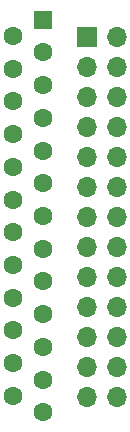
<source format=gbr>
%TF.GenerationSoftware,KiCad,Pcbnew,7.0.2-0*%
%TF.CreationDate,2023-09-18T20:01:19+02:00*%
%TF.ProjectId,FlukePodAdapter,466c756b-6550-46f6-9441-646170746572,rev?*%
%TF.SameCoordinates,Original*%
%TF.FileFunction,Copper,L2,Bot*%
%TF.FilePolarity,Positive*%
%FSLAX46Y46*%
G04 Gerber Fmt 4.6, Leading zero omitted, Abs format (unit mm)*
G04 Created by KiCad (PCBNEW 7.0.2-0) date 2023-09-18 20:01:19*
%MOMM*%
%LPD*%
G01*
G04 APERTURE LIST*
%TA.AperFunction,ComponentPad*%
%ADD10O,1.700000X1.700000*%
%TD*%
%TA.AperFunction,ComponentPad*%
%ADD11R,1.700000X1.700000*%
%TD*%
%TA.AperFunction,ComponentPad*%
%ADD12R,1.600000X1.600000*%
%TD*%
%TA.AperFunction,ComponentPad*%
%ADD13C,1.600000*%
%TD*%
G04 APERTURE END LIST*
D10*
%TO.P,A23-J1,1*%
%TO.N,N/C*%
X77500000Y-80720000D03*
%TO.P,A23-J1,2,+5V*%
%TO.N,+5V*%
X77500000Y-83260000D03*
%TO.P,A23-J1,3*%
%TO.N,N/C*%
X77500000Y-85800000D03*
%TO.P,A23-J1,4,+5RET*%
%TO.N,GND*%
X77500000Y-88340000D03*
%TO.P,A23-J1,5,POD6*%
%TO.N,POD6*%
X77500000Y-90880000D03*
%TO.P,A23-J1,6,POD4*%
%TO.N,POD4*%
X77500000Y-93420000D03*
%TO.P,A23-J1,7,POD2*%
%TO.N,POD2*%
X77500000Y-95960000D03*
%TO.P,A23-J1,8,POD0*%
%TO.N,POD0*%
X77500000Y-98500000D03*
%TO.P,A23-J1,9,~{PODprsnt}*%
%TO.N,GND*%
X77500000Y-101040000D03*
%TO.P,A23-J1,10,~{SYNC}*%
%TO.N,~{PODSYNC}*%
X77500000Y-103580000D03*
%TO.P,A23-J1,11,PWRFAIL*%
%TO.N,PODPWRFAIL*%
X77500000Y-106120000D03*
%TO.P,A23-J1,12,~{MAINSTAT}*%
%TO.N,~{MAINSTAT}*%
X77500000Y-108660000D03*
%TO.P,A23-J1,13,+12RET*%
%TO.N,GND*%
X77500000Y-111200000D03*
D11*
%TO.P,A23-J1,14,+12V*%
%TO.N,+12V*%
X74960000Y-80720000D03*
D10*
%TO.P,A23-J1,15,+5V*%
%TO.N,+5V*%
X74960000Y-83260000D03*
%TO.P,A23-J1,16,+5RET*%
%TO.N,GND*%
X74960000Y-85800000D03*
%TO.P,A23-J1,17,POD7*%
%TO.N,POD7*%
X74960000Y-88340000D03*
%TO.P,A23-J1,18,POD5*%
%TO.N,POD5*%
X74960000Y-90880000D03*
%TO.P,A23-J1,19,POD3*%
%TO.N,POD3*%
X74960000Y-93420000D03*
%TO.P,A23-J1,20,POD1*%
%TO.N,POD1*%
X74960000Y-95960000D03*
%TO.P,A23-J1,21,-5V*%
%TO.N,-5V*%
X74960000Y-98500000D03*
%TO.P,A23-J1,22,SncShld*%
%TO.N,GND*%
X74960000Y-101040000D03*
%TO.P,A23-J1,23,~{9010RST}*%
%TO.N,~{PODRESET}*%
X74960000Y-103580000D03*
%TO.P,A23-J1,24,~{PODSTAT}*%
%TO.N,~{PODSTAT}*%
X74960000Y-106120000D03*
%TO.P,A23-J1,25,-5RET*%
%TO.N,GND*%
X74960000Y-108660000D03*
%TO.P,A23-J1,26*%
%TO.N,N/C*%
X74960000Y-111200000D03*
%TD*%
D12*
%TO.P,J1,1,1*%
%TO.N,unconnected-(J1-Pad1)*%
X71230331Y-79275000D03*
D13*
%TO.P,J1,2,2*%
%TO.N,+5V*%
X71230331Y-82045000D03*
%TO.P,J1,3,3*%
%TO.N,GND*%
X71230331Y-84815000D03*
%TO.P,J1,4,4*%
X71230331Y-87585000D03*
%TO.P,J1,5,5*%
%TO.N,POD6*%
X71230331Y-90355000D03*
%TO.P,J1,6,6*%
%TO.N,POD4*%
X71230331Y-93125000D03*
%TO.P,J1,7,7*%
%TO.N,POD2*%
X71230331Y-95895000D03*
%TO.P,J1,8,8*%
%TO.N,POD0*%
X71230331Y-98665000D03*
%TO.P,J1,9,9*%
%TO.N,GND*%
X71230331Y-101435000D03*
%TO.P,J1,10,10*%
%TO.N,~{PODSYNC}*%
X71230331Y-104205000D03*
%TO.P,J1,11,11*%
%TO.N,PODPWRFAIL*%
X71230331Y-106975000D03*
%TO.P,J1,12,12*%
%TO.N,~{MAINSTAT}*%
X71230331Y-109745000D03*
%TO.P,J1,13,13*%
%TO.N,GND*%
X71230331Y-112515000D03*
%TO.P,J1,14,P14*%
%TO.N,+12V*%
X68690331Y-80660000D03*
%TO.P,J1,15,P15*%
%TO.N,+5V*%
X68690331Y-83430000D03*
%TO.P,J1,16,P16*%
%TO.N,GND*%
X68690331Y-86200000D03*
%TO.P,J1,17,P17*%
%TO.N,POD7*%
X68690331Y-88970000D03*
%TO.P,J1,18,P18*%
%TO.N,POD5*%
X68690331Y-91740000D03*
%TO.P,J1,19,P19*%
%TO.N,POD3*%
X68690331Y-94510000D03*
%TO.P,J1,20,P20*%
%TO.N,POD1*%
X68690331Y-97280000D03*
%TO.P,J1,21,P21*%
%TO.N,-5V*%
X68690331Y-100050000D03*
%TO.P,J1,22,P22*%
%TO.N,GND*%
X68690331Y-102820000D03*
%TO.P,J1,23,P23*%
%TO.N,~{PODRESET}*%
X68690331Y-105590000D03*
%TO.P,J1,24,P24*%
%TO.N,~{PODSTAT}*%
X68690331Y-108360000D03*
%TO.P,J1,25,P25*%
%TO.N,GND*%
X68690331Y-111130000D03*
%TD*%
M02*

</source>
